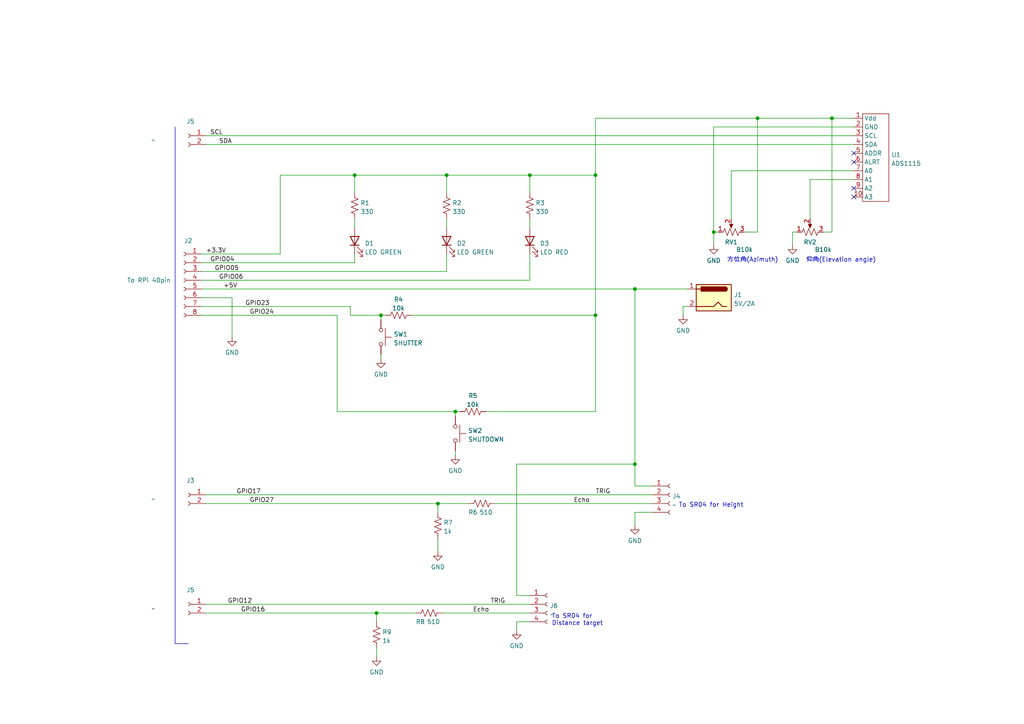
<source format=kicad_sch>
(kicad_sch (version 20230121) (generator eeschema)
  (paper "A4")
  (title_block (title "QCamVer") (date "2022-05-11") (rev "4.00") (company "AMPSD Kyushu Univ. Designed by M.Horimoto"))
  (lib_symbols
    (symbol "Adafruit:ADS1115"
      (property "Reference" "U" (at 0 2.54 0))
      (property "Value" "ADS1115" (at 0 0 0))
      (symbol "ADS1115_0_1"
        (rectangle (start -3.81 -1.27) (end 3.81 -26.67) (stroke (width 0.1524)))
      )
      (symbol "ADS1115_1_1"
        (pin power_in line (at -6.35 -2.54 0) (length 2.54) (name "Vdd") (number "1"))
        (pin input line (at -6.35 -25.4 0) (length 2.54) (name "A3") (number "10"))
        (pin input line (at -6.35 -5.08 0) (length 2.54) (name "GND") (number "2"))
        (pin input line (at -6.35 -7.62 0) (length 2.54) (name "SCL") (number "3"))
        (pin bidirectional line (at -6.35 -10.16 0) (length 2.54) (name "SDA") (number "4"))
        (pin input line (at -6.35 -12.7 0) (length 2.54) (name "ADDR") (number "5"))
        (pin output line (at -6.35 -15.24 0) (length 2.54) (name "ALRT") (number "6"))
        (pin input line (at -6.35 -17.78 0) (length 2.54) (name "A0") (number "7"))
        (pin input line (at -6.35 -20.32 0) (length 2.54) (name "A1") (number "8"))
        (pin input line (at -6.35 -22.86 0) (length 2.54) (name "A2") (number "9"))
      )
    )
    (symbol "Connector:Conn_01x02_Female" (pin_names (offset 1.016) hide)
      (property "Reference" "J" (at 0 2.54 0))
      (property "Value" "Conn_01x02_Female" (at 0 -5.08 0))
      (symbol "Conn_01x02_Female_1_1"
        (arc (start 0 -2.032) (mid -0.5058 -2.54) (end 0 -3.048) (stroke (width 0.1524)))
        (polyline (pts (xy -1.27 -2.54) (xy -0.508 -2.54)) (stroke (width 0.1524)))
        (polyline (pts (xy -1.27 0) (xy -0.508 0)) (stroke (width 0.1524)))
        (arc (start 0 0.508) (mid -0.5058 0) (end 0 -0.508) (stroke (width 0.1524)))
        (pin passive line (at -5.08 0 0) (length 3.81) (name "Pin_1") (number "1"))
        (pin passive line (at -5.08 -2.54 0) (length 3.81) (name "Pin_2") (number "2"))
      )
    )
    (symbol "Connector:Conn_01x04_Female" (pin_names (offset 1.016) hide)
      (property "Reference" "J" (at 0 5.08 0))
      (property "Value" "Conn_01x04_Female" (at 0 -7.62 0))
      (symbol "Conn_01x04_Female_1_1"
        (arc (start 0 -4.572) (mid -0.5058 -5.08) (end 0 -5.588) (stroke (width 0.1524)))
        (arc (start 0 -2.032) (mid -0.5058 -2.54) (end 0 -3.048) (stroke (width 0.1524)))
        (polyline (pts (xy -1.27 -5.08) (xy -0.508 -5.08)) (stroke (width 0.1524)))
        (polyline (pts (xy -1.27 -2.54) (xy -0.508 -2.54)) (stroke (width 0.1524)))
        (polyline (pts (xy -1.27 0) (xy -0.508 0)) (stroke (width 0.1524)))
        (polyline (pts (xy -1.27 2.54) (xy -0.508 2.54)) (stroke (width 0.1524)))
        (arc (start 0 0.508) (mid -0.5058 0) (end 0 -0.508) (stroke (width 0.1524)))
        (arc (start 0 3.048) (mid -0.5058 2.54) (end 0 2.032) (stroke (width 0.1524)))
        (pin passive line (at -5.08 2.54 0) (length 3.81) (name "Pin_1") (number "1"))
        (pin passive line (at -5.08 0 0) (length 3.81) (name "Pin_2") (number "2"))
        (pin passive line (at -5.08 -2.54 0) (length 3.81) (name "Pin_3") (number "3"))
        (pin passive line (at -5.08 -5.08 0) (length 3.81) (name "Pin_4") (number "4"))
      )
    )
    (symbol "Connector:Conn_01x08_Female" (pin_names (offset 1.016) hide)
      (property "Reference" "J" (at 0 10.16 0))
      (property "Value" "Conn_01x08_Female" (at 0 -12.7 0))
      (symbol "Conn_01x08_Female_1_1"
        (arc (start 0 -9.652) (mid -0.5058 -10.16) (end 0 -10.668) (stroke (width 0.1524)))
        (arc (start 0 -7.112) (mid -0.5058 -7.62) (end 0 -8.128) (stroke (width 0.1524)))
        (arc (start 0 -4.572) (mid -0.5058 -5.08) (end 0 -5.588) (stroke (width 0.1524)))
        (arc (start 0 -2.032) (mid -0.5058 -2.54) (end 0 -3.048) (stroke (width 0.1524)))
        (polyline (pts (xy -1.27 -10.16) (xy -0.508 -10.16)) (stroke (width 0.1524)))
        (polyline (pts (xy -1.27 -7.62) (xy -0.508 -7.62)) (stroke (width 0.1524)))
        (polyline (pts (xy -1.27 -5.08) (xy -0.508 -5.08)) (stroke (width 0.1524)))
        (polyline (pts (xy -1.27 -2.54) (xy -0.508 -2.54)) (stroke (width 0.1524)))
        (polyline (pts (xy -1.27 0) (xy -0.508 0)) (stroke (width 0.1524)))
        (polyline (pts (xy -1.27 2.54) (xy -0.508 2.54)) (stroke (width 0.1524)))
        (polyline (pts (xy -1.27 5.08) (xy -0.508 5.08)) (stroke (width 0.1524)))
        (polyline (pts (xy -1.27 7.62) (xy -0.508 7.62)) (stroke (width 0.1524)))
        (arc (start 0 0.508) (mid -0.5058 0) (end 0 -0.508) (stroke (width 0.1524)))
        (arc (start 0 3.048) (mid -0.5058 2.54) (end 0 2.032) (stroke (width 0.1524)))
        (arc (start 0 5.588) (mid -0.5058 5.08) (end 0 4.572) (stroke (width 0.1524)))
        (arc (start 0 8.128) (mid -0.5058 7.62) (end 0 7.112) (stroke (width 0.1524)))
        (pin passive line (at -5.08 7.62 0) (length 3.81) (name "Pin_1") (number "1"))
        (pin passive line (at -5.08 5.08 0) (length 3.81) (name "Pin_2") (number "2"))
        (pin passive line (at -5.08 2.54 0) (length 3.81) (name "Pin_3") (number "3"))
        (pin passive line (at -5.08 0 0) (length 3.81) (name "Pin_4") (number "4"))
        (pin passive line (at -5.08 -2.54 0) (length 3.81) (name "Pin_5") (number "5"))
        (pin passive line (at -5.08 -5.08 0) (length 3.81) (name "Pin_6") (number "6"))
        (pin passive line (at -5.08 -7.62 0) (length 3.81) (name "Pin_7") (number "7"))
        (pin passive line (at -5.08 -10.16 0) (length 3.81) (name "Pin_8") (number "8"))
      )
    )
    (symbol "Connector:Jack-DC" (pin_names (offset 1.016))
      (property "Reference" "J" (at 0 5.334 0))
      (property "Value" "Jack-DC" (at 0 -5.08 0))
      (symbol "Jack-DC_0_1"
        (rectangle (start -5.08 3.81) (end 5.08 -3.81) (stroke (width 0.254)) (fill (type background)))
        (arc (start -3.302 3.175) (mid -3.9343 2.54) (end -3.302 1.905) (stroke (width 0.254)))
        (arc (start -3.302 3.175) (mid -3.9343 2.54) (end -3.302 1.905) (stroke (width 0.254)) (fill (type outline)))
        (polyline (pts (xy 5.08 2.54) (xy 3.81 2.54)) (stroke (width 0.254)))
        (polyline (pts (xy -3.81 -2.54) (xy -2.54 -2.54) (xy -1.27 -1.27) (xy 0 -2.54) (xy 2.54 -2.54) (xy 5.08 -2.54)) (stroke (width 0.254)))
        (rectangle (start 3.683 3.175) (end -3.302 1.905) (stroke (width 0.254)) (fill (type outline)))
      )
      (symbol "Jack-DC_1_1"
        (pin passive line (at 7.62 2.54 180) (length 2.54) (name "~") (number "1"))
        (pin passive line (at 7.62 -2.54 180) (length 2.54) (name "~") (number "2"))
      )
    )
    (symbol "Device:LED" (pin_numbers hide) (pin_names (offset 1.016) hide)
      (property "Reference" "D" (at 0 2.54 0))
      (property "Value" "LED" (at 0 -2.54 0))
      (symbol "LED_0_1"
        (polyline (pts (xy -1.27 -1.27) (xy -1.27 1.27)) (stroke (width 0.254)))
        (polyline (pts (xy -1.27 0) (xy 1.27 0)))
        (polyline (pts (xy 1.27 -1.27) (xy 1.27 1.27) (xy -1.27 0) (xy 1.27 -1.27)) (stroke (width 0.254)))
        (polyline (pts (xy -3.048 -0.762) (xy -4.572 -2.286) (xy -3.81 -2.286) (xy -4.572 -2.286) (xy -4.572 -1.524)))
        (polyline (pts (xy -1.778 -0.762) (xy -3.302 -2.286) (xy -2.54 -2.286) (xy -3.302 -2.286) (xy -3.302 -1.524)))
      )
      (symbol "LED_1_1"
        (pin passive line (at -3.81 0 0) (length 2.54) (name "K") (number "1"))
        (pin passive line (at 3.81 0 180) (length 2.54) (name "A") (number "2"))
      )
    )
    (symbol "Device:R_Potentiometer_US" (pin_names (offset 1.016) hide)
      (property "Reference" "RV" (at -4.445 0 90))
      (property "Value" "R_Potentiometer_US" (at -2.54 0 90))
      (symbol "R_Potentiometer_US_0_1"
        (polyline (pts (xy 0 -2.286) (xy 0 -2.54)))
        (polyline (pts (xy 0 2.54) (xy 0 2.286)))
        (polyline (pts (xy 2.54 0) (xy 1.524 0)))
        (polyline (pts (xy 1.143 0) (xy 2.286 0.508) (xy 2.286 -0.508) (xy 1.143 0)) (fill (type outline)))
        (polyline (pts (xy 0 -0.762) (xy 1.016 -1.143) (xy 0 -1.524) (xy -1.016 -1.905) (xy 0 -2.286)))
        (polyline (pts (xy 0 0.762) (xy 1.016 0.381) (xy 0 0) (xy -1.016 -0.381) (xy 0 -0.762)))
        (polyline (pts (xy 0 2.286) (xy 1.016 1.905) (xy 0 1.524) (xy -1.016 1.143) (xy 0 0.762)))
      )
      (symbol "R_Potentiometer_US_1_1"
        (pin passive line (at 0 3.81 270) (length 1.27) (name "1") (number "1"))
        (pin passive line (at 3.81 0 180) (length 1.27) (name "2") (number "2"))
        (pin passive line (at 0 -3.81 90) (length 1.27) (name "3") (number "3"))
      )
    )
    (symbol "Device:R_US" (pin_numbers hide) (pin_names (offset 0))
      (property "Reference" "R" (at 2.54 0 90))
      (property "Value" "R_US" (at -2.54 0 90))
      (symbol "R_US_0_1"
        (polyline (pts (xy 0 -2.286) (xy 0 -2.54)))
        (polyline (pts (xy 0 2.286) (xy 0 2.54)))
        (polyline (pts (xy 0 -0.762) (xy 1.016 -1.143) (xy 0 -1.524) (xy -1.016 -1.905) (xy 0 -2.286)))
        (polyline (pts (xy 0 0.762) (xy 1.016 0.381) (xy 0 0) (xy -1.016 -0.381) (xy 0 -0.762)))
        (polyline (pts (xy 0 2.286) (xy 1.016 1.905) (xy 0 1.524) (xy -1.016 1.143) (xy 0 0.762)))
      )
      (symbol "R_US_1_1"
        (pin passive line (at 0 3.81 270) (length 1.27) (name "~") (number "1"))
        (pin passive line (at 0 -3.81 90) (length 1.27) (name "~") (number "2"))
      )
    )
    (symbol "Switch:SW_Push" (pin_numbers hide) (pin_names (offset 1.016) hide)
      (property "Reference" "SW" (at 1.27 2.54 0))
      (property "Value" "SW_Push" (at 0 -1.524 0))
      (symbol "SW_Push_0_1"
        (circle (center -2.032 0) (radius 0.508))
        (polyline (pts (xy 0 1.27) (xy 0 3.048)))
        (polyline (pts (xy 2.54 1.27) (xy -2.54 1.27)))
        (circle (center 2.032 0) (radius 0.508))
        (pin passive line (at -5.08 0 0) (length 2.54) (name "1") (number "1"))
        (pin passive line (at 5.08 0 180) (length 2.54) (name "2") (number "2"))
      )
    )
    (symbol "power:GND" (power) (pin_names (offset 0))
      (property "Value" "GND" (at 0 -3.81 0))
      (symbol "GND_0_1"
        (polyline (pts (xy 0 0) (xy 0 -1.27) (xy 1.27 -1.27) (xy 0 -2.54) (xy -1.27 -1.27) (xy 0 -1.27)))
      )
      (symbol "GND_1_1"
        (pin power_in line (at 0 0 270) (length 0) hide (name "GND") (number "1"))
      )
    )
  )
  (junction (at 129.54 50.8))
  (junction (at 184.15 83.82))
  (junction (at 172.72 91.44))
  (junction (at 219.71 34.29))
  (junction (at 184.15 134.62))
  (junction (at 153.67 50.8))
  (junction (at 132.08 119.38))
  (junction (at 241.3 34.29))
  (junction (at 127 146.05))
  (junction (at 110.49 91.44))
  (junction (at 207.01 67.31))
  (junction (at 172.72 50.8))
  (junction (at 109.22 177.8))
  (junction (at 102.87 50.8))
  (no_connect (at 247.65 57.15))
  (no_connect (at 247.65 46.99))
  (no_connect (at 247.65 44.45))
  (no_connect (at 247.65 54.61))
  (wire (pts (xy 110.49 102.87) (xy 110.49 104.14)))
  (wire (pts (xy 208.28 67.31) (xy 207.01 67.31)))
  (wire (pts (xy 172.72 50.8) (xy 153.67 50.8)))
  (wire (pts (xy 231.14 67.31) (xy 229.87 67.31)))
  (wire (pts (xy 184.15 83.82) (xy 199.39 83.82)))
  (wire (pts (xy 58.42 76.2) (xy 102.87 76.2)))
  (wire (pts (xy 59.69 143.51) (xy 189.23 143.51)))
  (wire (pts (xy 81.28 73.66) (xy 58.42 73.66)))
  (wire (pts (xy 58.42 86.36) (xy 67.31 86.36)))
  (wire (pts (xy 59.69 175.26) (xy 153.67 175.26)))
  (wire (pts (xy 81.28 50.8) (xy 81.28 73.66)))
  (wire (pts (xy 199.39 88.9) (xy 198.12 88.9)))
  (wire (pts (xy 109.22 177.8) (xy 120.65 177.8)))
  (wire (pts (xy 129.54 50.8) (xy 153.67 50.8)))
  (wire (pts (xy 132.08 130.81) (xy 132.08 132.08)))
  (wire (pts (xy 172.72 119.38) (xy 140.97 119.38)))
  (wire (pts (xy 184.15 140.97) (xy 184.15 134.62)))
  (wire (pts (xy 219.71 67.31) (xy 219.71 34.29)))
  (wire (pts (xy 111.76 91.44) (xy 110.49 91.44)))
  (wire (pts (xy 67.31 86.36) (xy 67.31 97.79)))
  (wire (pts (xy 132.08 119.38) (xy 132.08 120.65)))
  (wire (pts (xy 234.95 63.5) (xy 234.95 52.07)))
  (wire (pts (xy 212.09 49.53) (xy 247.65 49.53)))
  (wire (pts (xy 219.71 34.29) (xy 172.72 34.29)))
  (wire (pts (xy 132.08 119.38) (xy 97.79 119.38)))
  (wire (pts (xy 97.79 119.38) (xy 97.79 91.44)))
  (wire (pts (xy 241.3 34.29) (xy 247.65 34.29)))
  (wire (pts (xy 102.87 50.8) (xy 129.54 50.8)))
  (wire (pts (xy 59.69 39.37) (xy 247.65 39.37)))
  (wire (pts (xy 129.54 63.5) (xy 129.54 66.04)))
  (wire (pts (xy 127 146.05) (xy 135.89 146.05)))
  (wire (pts (xy 198.12 88.9) (xy 198.12 91.44)))
  (wire (pts (xy 172.72 91.44) (xy 172.72 50.8)))
  (polyline (pts (xy 50.8 72.39) (xy 50.8 186.69)))
  (wire (pts (xy 58.42 83.82) (xy 184.15 83.82)))
  (wire (pts (xy 153.67 81.28) (xy 153.67 73.66)))
  (wire (pts (xy 229.87 67.31) (xy 229.87 71.12)))
  (wire (pts (xy 58.42 78.74) (xy 129.54 78.74)))
  (wire (pts (xy 247.65 36.83) (xy 207.01 36.83)))
  (wire (pts (xy 219.71 34.29) (xy 241.3 34.29)))
  (wire (pts (xy 127 156.21) (xy 127 160.02)))
  (wire (pts (xy 101.6 88.9) (xy 58.42 88.9)))
  (wire (pts (xy 127 146.05) (xy 127 148.59)))
  (wire (pts (xy 149.86 134.62) (xy 184.15 134.62)))
  (wire (pts (xy 133.35 119.38) (xy 132.08 119.38)))
  (wire (pts (xy 59.69 146.05) (xy 127 146.05)))
  (wire (pts (xy 184.15 148.59) (xy 184.15 152.4)))
  (wire (pts (xy 143.51 146.05) (xy 189.23 146.05)))
  (polyline (pts (xy 50.8 186.69) (xy 54.61 186.69)))
  (wire (pts (xy 109.22 180.34) (xy 109.22 177.8)))
  (wire (pts (xy 102.87 73.66) (xy 102.87 76.2)))
  (wire (pts (xy 153.67 180.34) (xy 149.86 180.34)))
  (wire (pts (xy 129.54 78.74) (xy 129.54 73.66)))
  (wire (pts (xy 110.49 91.44) (xy 101.6 91.44)))
  (wire (pts (xy 97.79 91.44) (xy 58.42 91.44)))
  (polyline (pts (xy 50.8 36.83) (xy 50.8 72.39)))
  (wire (pts (xy 110.49 91.44) (xy 110.49 92.71)))
  (wire (pts (xy 153.67 172.72) (xy 149.86 172.72)))
  (wire (pts (xy 215.9 67.31) (xy 219.71 67.31)))
  (wire (pts (xy 207.01 36.83) (xy 207.01 67.31)))
  (wire (pts (xy 172.72 34.29) (xy 172.72 50.8)))
  (wire (pts (xy 207.01 67.31) (xy 207.01 71.12)))
  (wire (pts (xy 59.69 41.91) (xy 247.65 41.91)))
  (wire (pts (xy 149.86 172.72) (xy 149.86 134.62)))
  (wire (pts (xy 172.72 91.44) (xy 172.72 119.38)))
  (wire (pts (xy 102.87 63.5) (xy 102.87 66.04)))
  (wire (pts (xy 129.54 50.8) (xy 129.54 55.88)))
  (wire (pts (xy 81.28 50.8) (xy 102.87 50.8)))
  (wire (pts (xy 59.69 177.8) (xy 109.22 177.8)))
  (wire (pts (xy 102.87 55.88) (xy 102.87 50.8)))
  (wire (pts (xy 119.38 91.44) (xy 172.72 91.44)))
  (wire (pts (xy 189.23 140.97) (xy 184.15 140.97)))
  (wire (pts (xy 184.15 134.62) (xy 184.15 83.82)))
  (wire (pts (xy 153.67 50.8) (xy 153.67 55.88)))
  (wire (pts (xy 128.27 177.8) (xy 153.67 177.8)))
  (wire (pts (xy 212.09 63.5) (xy 212.09 49.53)))
  (wire (pts (xy 241.3 67.31) (xy 238.76 67.31)))
  (wire (pts (xy 58.42 81.28) (xy 153.67 81.28)))
  (wire (pts (xy 241.3 34.29) (xy 241.3 67.31)))
  (wire (pts (xy 153.67 63.5) (xy 153.67 66.04)))
  (wire (pts (xy 189.23 148.59) (xy 184.15 148.59)))
  (wire (pts (xy 149.86 180.34) (xy 149.86 182.88)))
  (wire (pts (xy 101.6 91.44) (xy 101.6 88.9)))
  (wire (pts (xy 234.95 52.07) (xy 247.65 52.07)))
  (wire (pts (xy 109.22 187.96) (xy 109.22 190.5)))
  (text "To SR04 for Height" (at 196.85 147.32 0) (effects (font (size 1.27 1.27)) (justify left bottom)))
  (text "To SR04 for \nDistance target" (at 160.02 181.61 0) (effects (font (size 1.27 1.27)) (justify left bottom)))
  (text "仰角(Elevation angle)" (at 233.68 76.2 0) (effects (font (size 1.27 1.27)) (justify left bottom)))
  (text "方位角(Azimuth)" (at 210.82 76.2 0) (effects (font (size 1.27 1.27)) (justify left bottom)))
  (label "+3.3V" (at 59.69 73.66 0))
  (label "SDA" (at 63.5 41.91 0))
  (label "GPIO05" (at 62.23 78.74 0))
  (label "SCL" (at 60.96 39.37 0))
  (label "Echo" (at 137.16 177.8 0))
  (label "+5V" (at 64.77 83.82 0))
  (label "GPIO04" (at 60.96 76.2 0))
  (label "GPIO12" (at 66.04 175.26 0))
  (label "TRIG" (at 172.72 143.51 0))
  (label "Echo" (at 166.37 146.05 0))
  (label "GPIO17" (at 68.58 143.51 0))
  (label "GPIO24" (at 72.39 91.44 0))
  (label "GPIO27" (at 72.39 146.05 0))
  (label "GPIO16" (at 69.85 177.8 0))
  (label "GPIO06" (at 63.5 81.28 0))
  (label "GPIO23" (at 71.12 88.9 0))
  (label "TRIG" (at 142.24 175.26 0))
  (symbol (lib_id "Connector:Conn_01x04_Female") (at 158.75 175.26 0) (unit 1)
    (property "Reference" "J6" (at 159.4612 175.6953 0) (effects (justify left)))
    (property "Value" "~" (at 159.4612 178.2322 0) (effects (justify left)))
  )
  (symbol (lib_id "Connector:Conn_01x02_Female") (at 54.61 39.37 0) (mirror y) (unit 1)
    (property "Reference" "J5" (at 55.245 35.213 0))
    (property "Value" "~" (at 44.45 40.64 0))
  )
  (symbol (lib_id "power:GND") (at 132.08 132.08 0) (unit 1)
    (property "Reference" "#PWR?" (effects hide))
    (property "Value" "GND" (at 132.08 136.5234 0))
  )
  (symbol (lib_id "power:GND") (at 109.22 190.5 0) (unit 1)
    (property "Reference" "#PWR?" (effects hide))
    (property "Value" "GND" (at 109.22 194.9434 0))
  )
  (symbol (lib_id "Connector:Conn_01x02_Female") (at 54.61 143.51 0) (mirror y) (unit 1)
    (property "Reference" "J3" (at 55.245 139.353 0))
    (property "Value" "~" (at 44.45 144.78 0))
  )
  (symbol (lib_id "Device:R_US") (at 115.57 91.44 90) (unit 1)
    (property "Reference" "R4" (at 115.57 86.8512 90))
    (property "Value" "10k" (at 115.57 89.3881 90))
  )
  (symbol (lib_id "Device:R_US") (at 153.67 59.69 0) (unit 1)
    (property "Reference" "R3" (at 155.321 58.8553 0) (effects (justify left)))
    (property "Value" "330" (at 155.321 61.3922 0) (effects (justify left)))
  )
  (symbol (lib_id "Device:R_US") (at 139.7 146.05 90) (unit 1)
    (property "Reference" "R6" (at 137.16 148.59 90))
    (property "Value" "510" (at 140.97 148.59 90))
  )
  (symbol (lib_id "Device:R_US") (at 129.54 59.69 0) (unit 1)
    (property "Reference" "R2" (at 131.191 58.8553 0) (effects (justify left)))
    (property "Value" "330" (at 131.191 61.3922 0) (effects (justify left)))
  )
  (symbol (lib_id "Switch:SW_Push") (at 132.08 125.73 270) (unit 1)
    (property "Reference" "SW2" (at 135.763 124.8953 90) (effects (justify left)))
    (property "Value" "SHUTDOWN" (at 135.763 127.4322 90) (effects (justify left)))
  )
  (symbol (lib_id "Device:LED") (at 102.87 69.85 90) (unit 1)
    (property "Reference" "D1" (at 105.791 70.6028 90) (effects (justify right)))
    (property "Value" "LED GREEN" (at 105.791 73.1397 90) (effects (justify right)))
  )
  (symbol (lib_id "Device:R_Potentiometer_US") (at 234.95 67.31 90) (unit 1)
    (property "Reference" "RV2" (at 234.95 70.2294 90))
    (property "Value" "B10k" (at 238.76 72.39 90))
  )
  (symbol (lib_id "Device:R_US") (at 124.46 177.8 90) (unit 1)
    (property "Reference" "R8" (at 121.92 180.34 90))
    (property "Value" "510" (at 125.73 180.34 90))
  )
  (symbol (lib_id "Connector:Conn_01x08_Female") (at 53.34 81.28 0) (mirror y) (unit 1)
    (property "Reference" "J2" (at 54.61 69.85 0))
    (property "Value" "To RPi 40pin" (at 43.18 81.28 0))
  )
  (symbol (lib_id "Connector:Jack-DC") (at 207.01 86.36 0) (mirror y) (unit 1)
    (property "Reference" "J1" (at 212.852 85.5253 0) (effects (justify right)))
    (property "Value" "5V/2A" (at 212.852 88.0622 0) (effects (justify right)))
  )
  (symbol (lib_id "Device:LED") (at 153.67 69.85 90) (unit 1)
    (property "Reference" "D3" (at 156.591 70.6028 90) (effects (justify right)))
    (property "Value" "LED RED" (at 156.591 73.1397 90) (effects (justify right)))
  )
  (symbol (lib_id "power:GND") (at 184.15 152.4 0) (unit 1)
    (property "Reference" "#PWR?" (effects hide))
    (property "Value" "GND" (at 184.15 156.8434 0))
  )
  (symbol (lib_id "power:GND") (at 198.12 91.44 0) (unit 1)
    (property "Reference" "#PWR?" (effects hide))
    (property "Value" "GND" (at 198.12 95.8834 0))
  )
  (symbol (lib_id "power:GND") (at 207.01 71.12 0) (unit 1)
    (property "Reference" "#PWR?" (effects hide))
    (property "Value" "GND" (at 207.01 75.5634 0))
  )
  (symbol (lib_id "Device:LED") (at 129.54 69.85 90) (unit 1)
    (property "Reference" "D2" (at 132.461 70.6028 90) (effects (justify right)))
    (property "Value" "LED GREEN" (at 132.461 73.1397 90) (effects (justify right)))
  )
  (symbol (lib_id "Device:R_US") (at 127 152.4 0) (unit 1)
    (property "Reference" "R7" (at 128.651 151.5653 0) (effects (justify left)))
    (property "Value" "1k" (at 128.651 154.1022 0) (effects (justify left)))
  )
  (symbol (lib_id "Device:R_US") (at 109.22 184.15 0) (unit 1)
    (property "Reference" "R9" (at 110.871 183.3153 0) (effects (justify left)))
    (property "Value" "1k" (at 110.871 185.8522 0) (effects (justify left)))
  )
  (symbol (lib_id "Device:R_US") (at 102.87 59.69 0) (unit 1)
    (property "Reference" "R1" (at 104.521 58.8553 0) (effects (justify left)))
    (property "Value" "330" (at 104.521 61.3922 0) (effects (justify left)))
  )
  (symbol (lib_id "Adafruit:ADS1115") (at 254 31.75 0) (unit 1)
    (property "Reference" "U1" (at 258.5212 44.8853 0) (effects (justify left)))
    (property "Value" "ADS1115" (at 258.5212 47.4222 0) (effects (justify left)))
  )
  (symbol (lib_id "Switch:SW_Push") (at 110.49 97.79 270) (unit 1)
    (property "Reference" "SW1" (at 114.173 96.9553 90) (effects (justify left)))
    (property "Value" "SHUTTER" (at 114.173 99.4922 90) (effects (justify left)))
  )
  (symbol (lib_id "Device:R_Potentiometer_US") (at 212.09 67.31 90) (unit 1)
    (property "Reference" "RV1" (at 212.09 70.2294 90))
    (property "Value" "B10k" (at 215.9 72.39 90))
  )
  (symbol (lib_id "Connector:Conn_01x02_Female") (at 54.61 175.26 0) (mirror y) (unit 1)
    (property "Reference" "J5" (at 55.245 171.103 0))
    (property "Value" "~" (at 44.45 176.53 0))
  )
  (symbol (lib_id "power:GND") (at 127 160.02 0) (unit 1)
    (property "Reference" "#PWR?" (effects hide))
    (property "Value" "GND" (at 127 164.4634 0))
  )
  (symbol (lib_id "Device:R_US") (at 137.16 119.38 90) (unit 1)
    (property "Reference" "R5" (at 137.16 114.7912 90))
    (property "Value" "10k" (at 137.16 117.3281 90))
  )
  (symbol (lib_id "power:GND") (at 149.86 182.88 0) (unit 1)
    (property "Reference" "#PWR?" (effects hide))
    (property "Value" "GND" (at 149.86 187.3234 0))
  )
  (symbol (lib_id "Connector:Conn_01x04_Female") (at 194.31 143.51 0) (unit 1)
    (property "Reference" "J4" (at 195.0212 143.9453 0) (effects (justify left)))
    (property "Value" "~" (at 195.0212 146.4822 0) (effects (justify left)))
  )
  (symbol (lib_id "power:GND") (at 229.87 71.12 0) (unit 1)
    (property "Reference" "#PWR?" (effects hide))
    (property "Value" "GND" (at 229.87 75.5634 0))
  )
  (symbol (lib_id "power:GND") (at 67.31 97.79 0) (unit 1)
    (property "Reference" "#PWR?" (effects hide))
    (property "Value" "GND" (at 67.31 102.2334 0))
  )
  (symbol (lib_id "power:GND") (at 110.49 104.14 0) (unit 1)
    (property "Reference" "#PWR?" (effects hide))
    (property "Value" "GND" (at 110.49 108.5834 0))
  )
)
</source>
